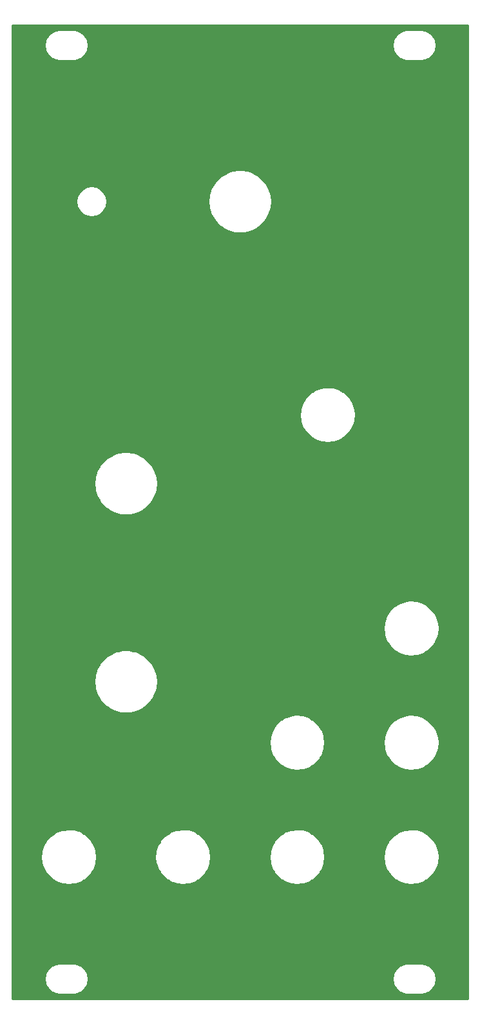
<source format=gbl>
G04 #@! TF.GenerationSoftware,KiCad,Pcbnew,(5.0.0-rc2)*
G04 #@! TF.CreationDate,2020-07-08T19:27:33+03:00*
G04 #@! TF.ProjectId,OSCPNL2,4F5343504E4C322E6B696361645F7063,rev?*
G04 #@! TF.SameCoordinates,PX1bd8e80PY8b3c880*
G04 #@! TF.FileFunction,Copper,L2,Bot,Signal*
G04 #@! TF.FilePolarity,Positive*
%FSLAX46Y46*%
G04 Gerber Fmt 4.6, Leading zero omitted, Abs format (unit mm)*
G04 Created by KiCad (PCBNEW (5.0.0-rc2)) date Wed Jul  8 19:27:33 2020*
%MOMM*%
%LPD*%
G01*
G04 APERTURE LIST*
G04 #@! TA.AperFunction,NonConductor*
%ADD10C,0.254000*%
G04 #@! TD*
G04 APERTURE END LIST*
D10*
G36*
X60203000Y397000D02*
X397000Y397000D01*
X397000Y3063669D01*
X4598011Y3063669D01*
X4598011Y2936331D01*
X4676321Y2441905D01*
X4676321Y2441904D01*
X4715670Y2320799D01*
X4942933Y1874770D01*
X5017781Y1771752D01*
X5371752Y1417780D01*
X5474770Y1342933D01*
X5920799Y1115670D01*
X6041904Y1076321D01*
X6528449Y999259D01*
X6559917Y993000D01*
X8440083Y993000D01*
X8471551Y999259D01*
X8958096Y1076321D01*
X9079201Y1115670D01*
X9525230Y1342933D01*
X9628248Y1417781D01*
X9982220Y1771752D01*
X10057067Y1874770D01*
X10284330Y2320799D01*
X10323679Y2441904D01*
X10323679Y2441905D01*
X10401989Y2936331D01*
X10401989Y3063669D01*
X50298011Y3063669D01*
X50298011Y2936331D01*
X50376321Y2441905D01*
X50376321Y2441904D01*
X50415670Y2320799D01*
X50642933Y1874770D01*
X50717781Y1771752D01*
X51071752Y1417780D01*
X51174770Y1342933D01*
X51620799Y1115670D01*
X51741904Y1076321D01*
X52228449Y999259D01*
X52259917Y993000D01*
X54140083Y993000D01*
X54171551Y999259D01*
X54658096Y1076321D01*
X54779201Y1115670D01*
X55225230Y1342933D01*
X55328248Y1417781D01*
X55682220Y1771752D01*
X55757067Y1874770D01*
X55984330Y2320799D01*
X56023679Y2441904D01*
X56023679Y2441905D01*
X56101989Y2936331D01*
X56101989Y3063669D01*
X56023679Y3558096D01*
X56017272Y3577816D01*
X55984330Y3679201D01*
X55757067Y4125230D01*
X55704188Y4198011D01*
X55682220Y4228248D01*
X55328248Y4582219D01*
X55225230Y4657067D01*
X54779201Y4884330D01*
X54658096Y4923679D01*
X54171551Y5000741D01*
X54140083Y5007000D01*
X52259917Y5007000D01*
X52228449Y5000741D01*
X51741904Y4923679D01*
X51620799Y4884330D01*
X51174770Y4657067D01*
X51071752Y4582220D01*
X50717781Y4228248D01*
X50642933Y4125230D01*
X50415670Y3679201D01*
X50376321Y3558096D01*
X50298011Y3063669D01*
X10401989Y3063669D01*
X10323679Y3558096D01*
X10317272Y3577816D01*
X10284330Y3679201D01*
X10057067Y4125230D01*
X10004188Y4198011D01*
X9982220Y4228248D01*
X9628248Y4582219D01*
X9525230Y4657067D01*
X9079201Y4884330D01*
X8958096Y4923679D01*
X8471551Y5000741D01*
X8440083Y5007000D01*
X6559917Y5007000D01*
X6528449Y5000741D01*
X6041904Y4923679D01*
X5920799Y4884330D01*
X5474770Y4657067D01*
X5371752Y4582220D01*
X5017781Y4228248D01*
X4942933Y4125230D01*
X4715670Y3679201D01*
X4676321Y3558096D01*
X4598011Y3063669D01*
X397000Y3063669D01*
X397000Y18948661D01*
X4123358Y18948661D01*
X4203000Y18318229D01*
X4203000Y18284512D01*
X4209129Y18269716D01*
X4226099Y18135382D01*
X4506468Y17365076D01*
X4723044Y17029016D01*
X4750611Y16962463D01*
X4793709Y16919365D01*
X4950529Y16676028D01*
X5536213Y16102484D01*
X5729502Y15983572D01*
X5762463Y15950611D01*
X5825567Y15924472D01*
X6234410Y15672951D01*
X7010418Y15408776D01*
X7825670Y15323090D01*
X8495821Y15403000D01*
X8515488Y15403000D01*
X8523438Y15406293D01*
X8639646Y15420150D01*
X9411891Y15695134D01*
X9771085Y15923086D01*
X9837537Y15950611D01*
X9877622Y15990696D01*
X10104022Y16134374D01*
X10681641Y16716040D01*
X10812693Y16925767D01*
X10849389Y16962463D01*
X10876457Y17027811D01*
X11116038Y17411221D01*
X11385624Y18185366D01*
X11396650Y18283668D01*
X11397000Y18284512D01*
X11397000Y18286785D01*
X11471241Y18948661D01*
X19123358Y18948661D01*
X19203000Y18318229D01*
X19203000Y18284512D01*
X19209129Y18269716D01*
X19226099Y18135382D01*
X19506468Y17365076D01*
X19723044Y17029016D01*
X19750611Y16962463D01*
X19793709Y16919365D01*
X19950529Y16676028D01*
X20536213Y16102484D01*
X20729502Y15983572D01*
X20762463Y15950611D01*
X20825567Y15924472D01*
X21234410Y15672951D01*
X22010418Y15408776D01*
X22825670Y15323090D01*
X23495821Y15403000D01*
X23515488Y15403000D01*
X23523438Y15406293D01*
X23639646Y15420150D01*
X24411891Y15695134D01*
X24771085Y15923086D01*
X24837537Y15950611D01*
X24877622Y15990696D01*
X25104022Y16134374D01*
X25681641Y16716040D01*
X25812693Y16925767D01*
X25849389Y16962463D01*
X25876457Y17027811D01*
X26116038Y17411221D01*
X26385624Y18185366D01*
X26396650Y18283668D01*
X26397000Y18284512D01*
X26397000Y18286785D01*
X26471241Y18948661D01*
X34123358Y18948661D01*
X34203000Y18318229D01*
X34203000Y18284512D01*
X34209129Y18269716D01*
X34226099Y18135382D01*
X34506468Y17365076D01*
X34723044Y17029016D01*
X34750611Y16962463D01*
X34793709Y16919365D01*
X34950529Y16676028D01*
X35536213Y16102484D01*
X35729502Y15983572D01*
X35762463Y15950611D01*
X35825567Y15924472D01*
X36234410Y15672951D01*
X37010418Y15408776D01*
X37825670Y15323090D01*
X38495821Y15403000D01*
X38515488Y15403000D01*
X38523438Y15406293D01*
X38639646Y15420150D01*
X39411891Y15695134D01*
X39771085Y15923086D01*
X39837537Y15950611D01*
X39877622Y15990696D01*
X40104022Y16134374D01*
X40681641Y16716040D01*
X40812693Y16925767D01*
X40849389Y16962463D01*
X40876457Y17027811D01*
X41116038Y17411221D01*
X41385624Y18185366D01*
X41396650Y18283668D01*
X41397000Y18284512D01*
X41397000Y18286785D01*
X41471241Y18948661D01*
X49123358Y18948661D01*
X49203000Y18318229D01*
X49203000Y18284512D01*
X49209129Y18269716D01*
X49226099Y18135382D01*
X49506468Y17365076D01*
X49723044Y17029016D01*
X49750611Y16962463D01*
X49793709Y16919365D01*
X49950529Y16676028D01*
X50536213Y16102484D01*
X50729502Y15983572D01*
X50762463Y15950611D01*
X50825567Y15924472D01*
X51234410Y15672951D01*
X52010418Y15408776D01*
X52825670Y15323090D01*
X53495821Y15403000D01*
X53515488Y15403000D01*
X53523438Y15406293D01*
X53639646Y15420150D01*
X54411891Y15695134D01*
X54771085Y15923086D01*
X54837537Y15950611D01*
X54877622Y15990696D01*
X55104022Y16134374D01*
X55681641Y16716040D01*
X55812693Y16925767D01*
X55849389Y16962463D01*
X55876457Y17027811D01*
X56116038Y17411221D01*
X56385624Y18185366D01*
X56396650Y18283668D01*
X56397000Y18284512D01*
X56397000Y18286785D01*
X56477000Y19000000D01*
X56475566Y19102668D01*
X56397000Y19661695D01*
X56397000Y19715488D01*
X56385557Y19743113D01*
X56361480Y19914433D01*
X56070384Y20680749D01*
X55875969Y20973366D01*
X55849389Y21037537D01*
X55801551Y21085375D01*
X55616745Y21363530D01*
X55023111Y21928841D01*
X54862108Y22024818D01*
X54837537Y22049389D01*
X54782982Y22071986D01*
X54318985Y22348584D01*
X53539364Y22601898D01*
X52722995Y22676194D01*
X52129468Y22597000D01*
X52084512Y22597000D01*
X52063149Y22588151D01*
X51910453Y22567777D01*
X51142123Y22282038D01*
X50828224Y22076628D01*
X50762463Y22049389D01*
X50716766Y22003692D01*
X50456192Y21833177D01*
X49886751Y21243504D01*
X49779522Y21066448D01*
X49750611Y21037537D01*
X49725937Y20977968D01*
X49462102Y20542325D01*
X49203351Y19764491D01*
X49123358Y18948661D01*
X41471241Y18948661D01*
X41477000Y19000000D01*
X41475566Y19102668D01*
X41397000Y19661695D01*
X41397000Y19715488D01*
X41385557Y19743113D01*
X41361480Y19914433D01*
X41070384Y20680749D01*
X40875969Y20973366D01*
X40849389Y21037537D01*
X40801551Y21085375D01*
X40616745Y21363530D01*
X40023111Y21928841D01*
X39862108Y22024818D01*
X39837537Y22049389D01*
X39782982Y22071986D01*
X39318985Y22348584D01*
X38539364Y22601898D01*
X37722995Y22676194D01*
X37129468Y22597000D01*
X37084512Y22597000D01*
X37063149Y22588151D01*
X36910453Y22567777D01*
X36142123Y22282038D01*
X35828224Y22076628D01*
X35762463Y22049389D01*
X35716766Y22003692D01*
X35456192Y21833177D01*
X34886751Y21243504D01*
X34779522Y21066448D01*
X34750611Y21037537D01*
X34725937Y20977968D01*
X34462102Y20542325D01*
X34203351Y19764491D01*
X34123358Y18948661D01*
X26471241Y18948661D01*
X26477000Y19000000D01*
X26475566Y19102668D01*
X26397000Y19661695D01*
X26397000Y19715488D01*
X26385557Y19743113D01*
X26361480Y19914433D01*
X26070384Y20680749D01*
X25875969Y20973366D01*
X25849389Y21037537D01*
X25801551Y21085375D01*
X25616745Y21363530D01*
X25023111Y21928841D01*
X24862108Y22024818D01*
X24837537Y22049389D01*
X24782982Y22071986D01*
X24318985Y22348584D01*
X23539364Y22601898D01*
X22722995Y22676194D01*
X22129468Y22597000D01*
X22084512Y22597000D01*
X22063149Y22588151D01*
X21910453Y22567777D01*
X21142123Y22282038D01*
X20828224Y22076628D01*
X20762463Y22049389D01*
X20716766Y22003692D01*
X20456192Y21833177D01*
X19886751Y21243504D01*
X19779522Y21066448D01*
X19750611Y21037537D01*
X19725937Y20977968D01*
X19462102Y20542325D01*
X19203351Y19764491D01*
X19123358Y18948661D01*
X11471241Y18948661D01*
X11477000Y19000000D01*
X11475566Y19102668D01*
X11397000Y19661695D01*
X11397000Y19715488D01*
X11385557Y19743113D01*
X11361480Y19914433D01*
X11070384Y20680749D01*
X10875969Y20973366D01*
X10849389Y21037537D01*
X10801551Y21085375D01*
X10616745Y21363530D01*
X10023111Y21928841D01*
X9862108Y22024818D01*
X9837537Y22049389D01*
X9782982Y22071986D01*
X9318985Y22348584D01*
X8539364Y22601898D01*
X7722995Y22676194D01*
X7129468Y22597000D01*
X7084512Y22597000D01*
X7063149Y22588151D01*
X6910453Y22567777D01*
X6142123Y22282038D01*
X5828224Y22076628D01*
X5762463Y22049389D01*
X5716766Y22003692D01*
X5456192Y21833177D01*
X4886751Y21243504D01*
X4779522Y21066448D01*
X4750611Y21037537D01*
X4725937Y20977968D01*
X4462102Y20542325D01*
X4203351Y19764491D01*
X4123358Y18948661D01*
X397000Y18948661D01*
X397000Y33948661D01*
X34123358Y33948661D01*
X34203000Y33318229D01*
X34203000Y33284512D01*
X34209129Y33269716D01*
X34226099Y33135382D01*
X34506468Y32365076D01*
X34723044Y32029016D01*
X34750611Y31962463D01*
X34793709Y31919365D01*
X34950529Y31676028D01*
X35536213Y31102484D01*
X35729502Y30983572D01*
X35762463Y30950611D01*
X35825567Y30924472D01*
X36234410Y30672951D01*
X37010418Y30408776D01*
X37825670Y30323090D01*
X38495821Y30403000D01*
X38515488Y30403000D01*
X38523438Y30406293D01*
X38639646Y30420150D01*
X39411891Y30695134D01*
X39771085Y30923086D01*
X39837537Y30950611D01*
X39877622Y30990696D01*
X40104022Y31134374D01*
X40681641Y31716040D01*
X40812693Y31925767D01*
X40849389Y31962463D01*
X40876457Y32027811D01*
X41116038Y32411221D01*
X41385624Y33185366D01*
X41396650Y33283668D01*
X41397000Y33284512D01*
X41397000Y33286785D01*
X41471241Y33948661D01*
X49123358Y33948661D01*
X49203000Y33318229D01*
X49203000Y33284512D01*
X49209129Y33269716D01*
X49226099Y33135382D01*
X49506468Y32365076D01*
X49723044Y32029016D01*
X49750611Y31962463D01*
X49793709Y31919365D01*
X49950529Y31676028D01*
X50536213Y31102484D01*
X50729502Y30983572D01*
X50762463Y30950611D01*
X50825567Y30924472D01*
X51234410Y30672951D01*
X52010418Y30408776D01*
X52825670Y30323090D01*
X53495821Y30403000D01*
X53515488Y30403000D01*
X53523438Y30406293D01*
X53639646Y30420150D01*
X54411891Y30695134D01*
X54771085Y30923086D01*
X54837537Y30950611D01*
X54877622Y30990696D01*
X55104022Y31134374D01*
X55681641Y31716040D01*
X55812693Y31925767D01*
X55849389Y31962463D01*
X55876457Y32027811D01*
X56116038Y32411221D01*
X56385624Y33185366D01*
X56396650Y33283668D01*
X56397000Y33284512D01*
X56397000Y33286785D01*
X56477000Y34000000D01*
X56475566Y34102668D01*
X56397000Y34661695D01*
X56397000Y34715488D01*
X56385557Y34743113D01*
X56361480Y34914433D01*
X56070384Y35680749D01*
X55875969Y35973366D01*
X55849389Y36037537D01*
X55801551Y36085375D01*
X55616745Y36363530D01*
X55023111Y36928841D01*
X54862108Y37024818D01*
X54837537Y37049389D01*
X54782982Y37071986D01*
X54318985Y37348584D01*
X53539364Y37601898D01*
X52722995Y37676194D01*
X52129468Y37597000D01*
X52084512Y37597000D01*
X52063149Y37588151D01*
X51910453Y37567777D01*
X51142123Y37282038D01*
X50828224Y37076628D01*
X50762463Y37049389D01*
X50716766Y37003692D01*
X50456192Y36833177D01*
X49886751Y36243504D01*
X49779522Y36066448D01*
X49750611Y36037537D01*
X49725937Y35977968D01*
X49462102Y35542325D01*
X49203351Y34764491D01*
X49123358Y33948661D01*
X41471241Y33948661D01*
X41477000Y34000000D01*
X41475566Y34102668D01*
X41397000Y34661695D01*
X41397000Y34715488D01*
X41385557Y34743113D01*
X41361480Y34914433D01*
X41070384Y35680749D01*
X40875969Y35973366D01*
X40849389Y36037537D01*
X40801551Y36085375D01*
X40616745Y36363530D01*
X40023111Y36928841D01*
X39862108Y37024818D01*
X39837537Y37049389D01*
X39782982Y37071986D01*
X39318985Y37348584D01*
X38539364Y37601898D01*
X37722995Y37676194D01*
X37129468Y37597000D01*
X37084512Y37597000D01*
X37063149Y37588151D01*
X36910453Y37567777D01*
X36142123Y37282038D01*
X35828224Y37076628D01*
X35762463Y37049389D01*
X35716766Y37003692D01*
X35456192Y36833177D01*
X34886751Y36243504D01*
X34779522Y36066448D01*
X34750611Y36037537D01*
X34725937Y35977968D01*
X34462102Y35542325D01*
X34203351Y34764491D01*
X34123358Y33948661D01*
X397000Y33948661D01*
X397000Y42000000D01*
X11123000Y42000000D01*
X11203000Y41238847D01*
X11203000Y41185056D01*
X11210576Y41166766D01*
X11214277Y41131553D01*
X11484121Y40301061D01*
X11785089Y39779769D01*
X11826731Y39679236D01*
X11865535Y39640432D01*
X11920736Y39544821D01*
X12505041Y38895884D01*
X12889166Y38616801D01*
X12979236Y38526731D01*
X13058097Y38494066D01*
X13211500Y38382612D01*
X14009236Y38027437D01*
X14369522Y37950856D01*
X14485056Y37903000D01*
X14594666Y37903000D01*
X14863385Y37845882D01*
X15736615Y37845882D01*
X16005334Y37903000D01*
X16114944Y37903000D01*
X16230478Y37950856D01*
X16590764Y38027437D01*
X17388500Y38382612D01*
X17541903Y38494066D01*
X17620764Y38526731D01*
X17710834Y38616801D01*
X18094959Y38895884D01*
X18679264Y39544821D01*
X18734465Y39640432D01*
X18773269Y39679236D01*
X18814911Y39779769D01*
X19115879Y40301061D01*
X19385723Y41131553D01*
X19389424Y41166766D01*
X19397000Y41185056D01*
X19397000Y41238847D01*
X19477000Y42000000D01*
X19397000Y42761153D01*
X19397000Y42814944D01*
X19389424Y42833234D01*
X19385723Y42868447D01*
X19115879Y43698939D01*
X18814911Y44220231D01*
X18773269Y44320764D01*
X18734465Y44359568D01*
X18679264Y44455179D01*
X18094959Y45104116D01*
X17710834Y45383199D01*
X17620764Y45473269D01*
X17541903Y45505934D01*
X17388500Y45617388D01*
X16590764Y45972563D01*
X16230478Y46049144D01*
X16114944Y46097000D01*
X16005334Y46097000D01*
X15736615Y46154118D01*
X14863385Y46154118D01*
X14594666Y46097000D01*
X14485056Y46097000D01*
X14369522Y46049144D01*
X14009236Y45972563D01*
X13211500Y45617388D01*
X13058097Y45505934D01*
X12979236Y45473269D01*
X12889166Y45383199D01*
X12505041Y45104116D01*
X11920736Y44455179D01*
X11865535Y44359568D01*
X11826731Y44320764D01*
X11785089Y44220231D01*
X11484121Y43698939D01*
X11214277Y42868447D01*
X11210576Y42833234D01*
X11203000Y42814944D01*
X11203000Y42761153D01*
X11123000Y42000000D01*
X397000Y42000000D01*
X397000Y48948661D01*
X49123358Y48948661D01*
X49203000Y48318229D01*
X49203000Y48284512D01*
X49209129Y48269716D01*
X49226099Y48135382D01*
X49506468Y47365076D01*
X49723044Y47029016D01*
X49750611Y46962463D01*
X49793709Y46919365D01*
X49950529Y46676028D01*
X50536213Y46102484D01*
X50729502Y45983572D01*
X50762463Y45950611D01*
X50825567Y45924472D01*
X51234410Y45672951D01*
X52010418Y45408776D01*
X52825670Y45323090D01*
X53495821Y45403000D01*
X53515488Y45403000D01*
X53523438Y45406293D01*
X53639646Y45420150D01*
X54411891Y45695134D01*
X54771085Y45923086D01*
X54837537Y45950611D01*
X54877622Y45990696D01*
X55104022Y46134374D01*
X55681641Y46716040D01*
X55812693Y46925767D01*
X55849389Y46962463D01*
X55876457Y47027811D01*
X56116038Y47411221D01*
X56385624Y48185366D01*
X56396650Y48283668D01*
X56397000Y48284512D01*
X56397000Y48286785D01*
X56477000Y49000000D01*
X56475566Y49102668D01*
X56397000Y49661695D01*
X56397000Y49715488D01*
X56385557Y49743113D01*
X56361480Y49914433D01*
X56070384Y50680749D01*
X55875969Y50973366D01*
X55849389Y51037537D01*
X55801551Y51085375D01*
X55616745Y51363530D01*
X55023111Y51928841D01*
X54862108Y52024818D01*
X54837537Y52049389D01*
X54782982Y52071986D01*
X54318985Y52348584D01*
X53539364Y52601898D01*
X52722995Y52676194D01*
X52129468Y52597000D01*
X52084512Y52597000D01*
X52063149Y52588151D01*
X51910453Y52567777D01*
X51142123Y52282038D01*
X50828224Y52076628D01*
X50762463Y52049389D01*
X50716766Y52003692D01*
X50456192Y51833177D01*
X49886751Y51243504D01*
X49779522Y51066448D01*
X49750611Y51037537D01*
X49725937Y50977968D01*
X49462102Y50542325D01*
X49203351Y49764491D01*
X49123358Y48948661D01*
X397000Y48948661D01*
X397000Y68000000D01*
X11123000Y68000000D01*
X11203000Y67238847D01*
X11203000Y67185056D01*
X11210576Y67166766D01*
X11214277Y67131553D01*
X11484121Y66301061D01*
X11785089Y65779769D01*
X11826731Y65679236D01*
X11865535Y65640432D01*
X11920736Y65544821D01*
X12505041Y64895884D01*
X12889166Y64616801D01*
X12979236Y64526731D01*
X13058097Y64494066D01*
X13211500Y64382612D01*
X14009236Y64027437D01*
X14369522Y63950856D01*
X14485056Y63903000D01*
X14594666Y63903000D01*
X14863385Y63845882D01*
X15736615Y63845882D01*
X16005334Y63903000D01*
X16114944Y63903000D01*
X16230478Y63950856D01*
X16590764Y64027437D01*
X17388500Y64382612D01*
X17541903Y64494066D01*
X17620764Y64526731D01*
X17710834Y64616801D01*
X18094959Y64895884D01*
X18679264Y65544821D01*
X18734465Y65640432D01*
X18773269Y65679236D01*
X18814911Y65779769D01*
X19115879Y66301061D01*
X19385723Y67131553D01*
X19389424Y67166766D01*
X19397000Y67185056D01*
X19397000Y67238847D01*
X19477000Y68000000D01*
X19397000Y68761153D01*
X19397000Y68814944D01*
X19389424Y68833234D01*
X19385723Y68868447D01*
X19115879Y69698939D01*
X18814911Y70220231D01*
X18773269Y70320764D01*
X18734465Y70359568D01*
X18679264Y70455179D01*
X18094959Y71104116D01*
X17710834Y71383199D01*
X17620764Y71473269D01*
X17541903Y71505934D01*
X17388500Y71617388D01*
X16590764Y71972563D01*
X16230478Y72049144D01*
X16114944Y72097000D01*
X16005334Y72097000D01*
X15736615Y72154118D01*
X14863385Y72154118D01*
X14594666Y72097000D01*
X14485056Y72097000D01*
X14369522Y72049144D01*
X14009236Y71972563D01*
X13211500Y71617388D01*
X13058097Y71505934D01*
X12979236Y71473269D01*
X12889166Y71383199D01*
X12505041Y71104116D01*
X11920736Y70455179D01*
X11865535Y70359568D01*
X11826731Y70320764D01*
X11785089Y70220231D01*
X11484121Y69698939D01*
X11214277Y68868447D01*
X11210576Y68833234D01*
X11203000Y68814944D01*
X11203000Y68761153D01*
X11123000Y68000000D01*
X397000Y68000000D01*
X397000Y76948661D01*
X38123358Y76948661D01*
X38203000Y76318229D01*
X38203000Y76284512D01*
X38209129Y76269716D01*
X38226099Y76135382D01*
X38506468Y75365076D01*
X38723044Y75029016D01*
X38750611Y74962463D01*
X38793709Y74919365D01*
X38950529Y74676028D01*
X39536213Y74102484D01*
X39729502Y73983572D01*
X39762463Y73950611D01*
X39825567Y73924472D01*
X40234410Y73672951D01*
X41010418Y73408776D01*
X41825670Y73323090D01*
X42495821Y73403000D01*
X42515488Y73403000D01*
X42523438Y73406293D01*
X42639646Y73420150D01*
X43411891Y73695134D01*
X43771085Y73923086D01*
X43837537Y73950611D01*
X43877622Y73990696D01*
X44104022Y74134374D01*
X44681641Y74716040D01*
X44812693Y74925767D01*
X44849389Y74962463D01*
X44876457Y75027811D01*
X45116038Y75411221D01*
X45385624Y76185366D01*
X45396650Y76283668D01*
X45397000Y76284512D01*
X45397000Y76286785D01*
X45477000Y77000000D01*
X45475566Y77102668D01*
X45397000Y77661695D01*
X45397000Y77715488D01*
X45385557Y77743113D01*
X45361480Y77914433D01*
X45070384Y78680749D01*
X44875969Y78973366D01*
X44849389Y79037537D01*
X44801551Y79085375D01*
X44616745Y79363530D01*
X44023111Y79928841D01*
X43862108Y80024818D01*
X43837537Y80049389D01*
X43782982Y80071986D01*
X43318985Y80348584D01*
X42539364Y80601898D01*
X41722995Y80676194D01*
X41129468Y80597000D01*
X41084512Y80597000D01*
X41063149Y80588151D01*
X40910453Y80567777D01*
X40142123Y80282038D01*
X39828224Y80076628D01*
X39762463Y80049389D01*
X39716766Y80003692D01*
X39456192Y79833177D01*
X38886751Y79243504D01*
X38779522Y79066448D01*
X38750611Y79037537D01*
X38725937Y78977968D01*
X38462102Y78542325D01*
X38203351Y77764491D01*
X38123358Y76948661D01*
X397000Y76948661D01*
X397000Y105000000D01*
X8773000Y105000000D01*
X8872208Y104373623D01*
X9160123Y103808559D01*
X9608559Y103360123D01*
X10173623Y103072208D01*
X10800000Y102973000D01*
X11426377Y103072208D01*
X11991441Y103360123D01*
X12439877Y103808559D01*
X12727792Y104373623D01*
X12827000Y105000000D01*
X26123000Y105000000D01*
X26203000Y104238847D01*
X26203000Y104185056D01*
X26210576Y104166766D01*
X26214277Y104131553D01*
X26484121Y103301061D01*
X26785089Y102779769D01*
X26826731Y102679236D01*
X26865535Y102640432D01*
X26920736Y102544821D01*
X27505041Y101895884D01*
X27889166Y101616801D01*
X27979236Y101526731D01*
X28058097Y101494066D01*
X28211500Y101382612D01*
X29009236Y101027437D01*
X29369522Y100950856D01*
X29485056Y100903000D01*
X29594666Y100903000D01*
X29863385Y100845882D01*
X30736615Y100845882D01*
X31005334Y100903000D01*
X31114944Y100903000D01*
X31230478Y100950856D01*
X31590764Y101027437D01*
X32388500Y101382612D01*
X32541903Y101494066D01*
X32620764Y101526731D01*
X32710834Y101616801D01*
X33094959Y101895884D01*
X33679264Y102544821D01*
X33734465Y102640432D01*
X33773269Y102679236D01*
X33814911Y102779769D01*
X34115879Y103301061D01*
X34385723Y104131553D01*
X34389424Y104166766D01*
X34397000Y104185056D01*
X34397000Y104238847D01*
X34477000Y105000000D01*
X34397000Y105761153D01*
X34397000Y105814944D01*
X34389424Y105833234D01*
X34385723Y105868447D01*
X34115879Y106698939D01*
X33814911Y107220231D01*
X33773269Y107320764D01*
X33734465Y107359568D01*
X33679264Y107455179D01*
X33094959Y108104116D01*
X32710834Y108383199D01*
X32620764Y108473269D01*
X32541903Y108505934D01*
X32388500Y108617388D01*
X31590764Y108972563D01*
X31230478Y109049144D01*
X31114944Y109097000D01*
X31005334Y109097000D01*
X30736615Y109154118D01*
X29863385Y109154118D01*
X29594666Y109097000D01*
X29485056Y109097000D01*
X29369522Y109049144D01*
X29009236Y108972563D01*
X28211500Y108617388D01*
X28058097Y108505934D01*
X27979236Y108473269D01*
X27889166Y108383199D01*
X27505041Y108104116D01*
X26920736Y107455179D01*
X26865535Y107359568D01*
X26826731Y107320764D01*
X26785089Y107220231D01*
X26484121Y106698939D01*
X26214277Y105868447D01*
X26210576Y105833234D01*
X26203000Y105814944D01*
X26203000Y105761153D01*
X26123000Y105000000D01*
X12827000Y105000000D01*
X12727792Y105626377D01*
X12439877Y106191441D01*
X11991441Y106639877D01*
X11426377Y106927792D01*
X10800000Y107027000D01*
X10173623Y106927792D01*
X9608559Y106639877D01*
X9160123Y106191441D01*
X8872208Y105626377D01*
X8773000Y105000000D01*
X397000Y105000000D01*
X397000Y125563669D01*
X4598011Y125563669D01*
X4598011Y125436331D01*
X4676321Y124941905D01*
X4676321Y124941904D01*
X4715670Y124820799D01*
X4942933Y124374770D01*
X5017781Y124271752D01*
X5371752Y123917780D01*
X5474770Y123842933D01*
X5920799Y123615670D01*
X6041904Y123576321D01*
X6528449Y123499259D01*
X6559917Y123493000D01*
X8440083Y123493000D01*
X8471551Y123499259D01*
X8958096Y123576321D01*
X9079201Y123615670D01*
X9525230Y123842933D01*
X9628248Y123917781D01*
X9982220Y124271752D01*
X10057067Y124374770D01*
X10284330Y124820799D01*
X10323679Y124941904D01*
X10323679Y124941905D01*
X10401989Y125436331D01*
X10401989Y125563669D01*
X50298011Y125563669D01*
X50298011Y125436331D01*
X50376321Y124941905D01*
X50376321Y124941904D01*
X50415670Y124820799D01*
X50642933Y124374770D01*
X50717781Y124271752D01*
X51071752Y123917780D01*
X51174770Y123842933D01*
X51620799Y123615670D01*
X51741904Y123576321D01*
X52228449Y123499259D01*
X52259917Y123493000D01*
X54140083Y123493000D01*
X54171551Y123499259D01*
X54658096Y123576321D01*
X54779201Y123615670D01*
X55225230Y123842933D01*
X55328248Y123917781D01*
X55682220Y124271752D01*
X55757067Y124374770D01*
X55984330Y124820799D01*
X56023679Y124941904D01*
X56023679Y124941905D01*
X56101989Y125436331D01*
X56101989Y125563669D01*
X56023679Y126058096D01*
X56017272Y126077816D01*
X55984330Y126179201D01*
X55757067Y126625230D01*
X55704188Y126698011D01*
X55682220Y126728248D01*
X55328248Y127082219D01*
X55225230Y127157067D01*
X54779201Y127384330D01*
X54658096Y127423679D01*
X54171551Y127500741D01*
X54140083Y127507000D01*
X52259917Y127507000D01*
X52228449Y127500741D01*
X51741904Y127423679D01*
X51620799Y127384330D01*
X51174770Y127157067D01*
X51071752Y127082220D01*
X50717781Y126728248D01*
X50642933Y126625230D01*
X50415670Y126179201D01*
X50376321Y126058096D01*
X50298011Y125563669D01*
X10401989Y125563669D01*
X10323679Y126058096D01*
X10317272Y126077816D01*
X10284330Y126179201D01*
X10057067Y126625230D01*
X10004188Y126698011D01*
X9982220Y126728248D01*
X9628248Y127082219D01*
X9525230Y127157067D01*
X9079201Y127384330D01*
X8958096Y127423679D01*
X8471551Y127500741D01*
X8440083Y127507000D01*
X6559917Y127507000D01*
X6528449Y127500741D01*
X6041904Y127423679D01*
X5920799Y127384330D01*
X5474770Y127157067D01*
X5371752Y127082220D01*
X5017781Y126728248D01*
X4942933Y126625230D01*
X4715670Y126179201D01*
X4676321Y126058096D01*
X4598011Y125563669D01*
X397000Y125563669D01*
X396999Y128103000D01*
X60203001Y128103000D01*
X60203000Y397000D01*
X60203000Y397000D01*
G37*
X60203000Y397000D02*
X397000Y397000D01*
X397000Y3063669D01*
X4598011Y3063669D01*
X4598011Y2936331D01*
X4676321Y2441905D01*
X4676321Y2441904D01*
X4715670Y2320799D01*
X4942933Y1874770D01*
X5017781Y1771752D01*
X5371752Y1417780D01*
X5474770Y1342933D01*
X5920799Y1115670D01*
X6041904Y1076321D01*
X6528449Y999259D01*
X6559917Y993000D01*
X8440083Y993000D01*
X8471551Y999259D01*
X8958096Y1076321D01*
X9079201Y1115670D01*
X9525230Y1342933D01*
X9628248Y1417781D01*
X9982220Y1771752D01*
X10057067Y1874770D01*
X10284330Y2320799D01*
X10323679Y2441904D01*
X10323679Y2441905D01*
X10401989Y2936331D01*
X10401989Y3063669D01*
X50298011Y3063669D01*
X50298011Y2936331D01*
X50376321Y2441905D01*
X50376321Y2441904D01*
X50415670Y2320799D01*
X50642933Y1874770D01*
X50717781Y1771752D01*
X51071752Y1417780D01*
X51174770Y1342933D01*
X51620799Y1115670D01*
X51741904Y1076321D01*
X52228449Y999259D01*
X52259917Y993000D01*
X54140083Y993000D01*
X54171551Y999259D01*
X54658096Y1076321D01*
X54779201Y1115670D01*
X55225230Y1342933D01*
X55328248Y1417781D01*
X55682220Y1771752D01*
X55757067Y1874770D01*
X55984330Y2320799D01*
X56023679Y2441904D01*
X56023679Y2441905D01*
X56101989Y2936331D01*
X56101989Y3063669D01*
X56023679Y3558096D01*
X56017272Y3577816D01*
X55984330Y3679201D01*
X55757067Y4125230D01*
X55704188Y4198011D01*
X55682220Y4228248D01*
X55328248Y4582219D01*
X55225230Y4657067D01*
X54779201Y4884330D01*
X54658096Y4923679D01*
X54171551Y5000741D01*
X54140083Y5007000D01*
X52259917Y5007000D01*
X52228449Y5000741D01*
X51741904Y4923679D01*
X51620799Y4884330D01*
X51174770Y4657067D01*
X51071752Y4582220D01*
X50717781Y4228248D01*
X50642933Y4125230D01*
X50415670Y3679201D01*
X50376321Y3558096D01*
X50298011Y3063669D01*
X10401989Y3063669D01*
X10323679Y3558096D01*
X10317272Y3577816D01*
X10284330Y3679201D01*
X10057067Y4125230D01*
X10004188Y4198011D01*
X9982220Y4228248D01*
X9628248Y4582219D01*
X9525230Y4657067D01*
X9079201Y4884330D01*
X8958096Y4923679D01*
X8471551Y5000741D01*
X8440083Y5007000D01*
X6559917Y5007000D01*
X6528449Y5000741D01*
X6041904Y4923679D01*
X5920799Y4884330D01*
X5474770Y4657067D01*
X5371752Y4582220D01*
X5017781Y4228248D01*
X4942933Y4125230D01*
X4715670Y3679201D01*
X4676321Y3558096D01*
X4598011Y3063669D01*
X397000Y3063669D01*
X397000Y18948661D01*
X4123358Y18948661D01*
X4203000Y18318229D01*
X4203000Y18284512D01*
X4209129Y18269716D01*
X4226099Y18135382D01*
X4506468Y17365076D01*
X4723044Y17029016D01*
X4750611Y16962463D01*
X4793709Y16919365D01*
X4950529Y16676028D01*
X5536213Y16102484D01*
X5729502Y15983572D01*
X5762463Y15950611D01*
X5825567Y15924472D01*
X6234410Y15672951D01*
X7010418Y15408776D01*
X7825670Y15323090D01*
X8495821Y15403000D01*
X8515488Y15403000D01*
X8523438Y15406293D01*
X8639646Y15420150D01*
X9411891Y15695134D01*
X9771085Y15923086D01*
X9837537Y15950611D01*
X9877622Y15990696D01*
X10104022Y16134374D01*
X10681641Y16716040D01*
X10812693Y16925767D01*
X10849389Y16962463D01*
X10876457Y17027811D01*
X11116038Y17411221D01*
X11385624Y18185366D01*
X11396650Y18283668D01*
X11397000Y18284512D01*
X11397000Y18286785D01*
X11471241Y18948661D01*
X19123358Y18948661D01*
X19203000Y18318229D01*
X19203000Y18284512D01*
X19209129Y18269716D01*
X19226099Y18135382D01*
X19506468Y17365076D01*
X19723044Y17029016D01*
X19750611Y16962463D01*
X19793709Y16919365D01*
X19950529Y16676028D01*
X20536213Y16102484D01*
X20729502Y15983572D01*
X20762463Y15950611D01*
X20825567Y15924472D01*
X21234410Y15672951D01*
X22010418Y15408776D01*
X22825670Y15323090D01*
X23495821Y15403000D01*
X23515488Y15403000D01*
X23523438Y15406293D01*
X23639646Y15420150D01*
X24411891Y15695134D01*
X24771085Y15923086D01*
X24837537Y15950611D01*
X24877622Y15990696D01*
X25104022Y16134374D01*
X25681641Y16716040D01*
X25812693Y16925767D01*
X25849389Y16962463D01*
X25876457Y17027811D01*
X26116038Y17411221D01*
X26385624Y18185366D01*
X26396650Y18283668D01*
X26397000Y18284512D01*
X26397000Y18286785D01*
X26471241Y18948661D01*
X34123358Y18948661D01*
X34203000Y18318229D01*
X34203000Y18284512D01*
X34209129Y18269716D01*
X34226099Y18135382D01*
X34506468Y17365076D01*
X34723044Y17029016D01*
X34750611Y16962463D01*
X34793709Y16919365D01*
X34950529Y16676028D01*
X35536213Y16102484D01*
X35729502Y15983572D01*
X35762463Y15950611D01*
X35825567Y15924472D01*
X36234410Y15672951D01*
X37010418Y15408776D01*
X37825670Y15323090D01*
X38495821Y15403000D01*
X38515488Y15403000D01*
X38523438Y15406293D01*
X38639646Y15420150D01*
X39411891Y15695134D01*
X39771085Y15923086D01*
X39837537Y15950611D01*
X39877622Y15990696D01*
X40104022Y16134374D01*
X40681641Y16716040D01*
X40812693Y16925767D01*
X40849389Y16962463D01*
X40876457Y17027811D01*
X41116038Y17411221D01*
X41385624Y18185366D01*
X41396650Y18283668D01*
X41397000Y18284512D01*
X41397000Y18286785D01*
X41471241Y18948661D01*
X49123358Y18948661D01*
X49203000Y18318229D01*
X49203000Y18284512D01*
X49209129Y18269716D01*
X49226099Y18135382D01*
X49506468Y17365076D01*
X49723044Y17029016D01*
X49750611Y16962463D01*
X49793709Y16919365D01*
X49950529Y16676028D01*
X50536213Y16102484D01*
X50729502Y15983572D01*
X50762463Y15950611D01*
X50825567Y15924472D01*
X51234410Y15672951D01*
X52010418Y15408776D01*
X52825670Y15323090D01*
X53495821Y15403000D01*
X53515488Y15403000D01*
X53523438Y15406293D01*
X53639646Y15420150D01*
X54411891Y15695134D01*
X54771085Y15923086D01*
X54837537Y15950611D01*
X54877622Y15990696D01*
X55104022Y16134374D01*
X55681641Y16716040D01*
X55812693Y16925767D01*
X55849389Y16962463D01*
X55876457Y17027811D01*
X56116038Y17411221D01*
X56385624Y18185366D01*
X56396650Y18283668D01*
X56397000Y18284512D01*
X56397000Y18286785D01*
X56477000Y19000000D01*
X56475566Y19102668D01*
X56397000Y19661695D01*
X56397000Y19715488D01*
X56385557Y19743113D01*
X56361480Y19914433D01*
X56070384Y20680749D01*
X55875969Y20973366D01*
X55849389Y21037537D01*
X55801551Y21085375D01*
X55616745Y21363530D01*
X55023111Y21928841D01*
X54862108Y22024818D01*
X54837537Y22049389D01*
X54782982Y22071986D01*
X54318985Y22348584D01*
X53539364Y22601898D01*
X52722995Y22676194D01*
X52129468Y22597000D01*
X52084512Y22597000D01*
X52063149Y22588151D01*
X51910453Y22567777D01*
X51142123Y22282038D01*
X50828224Y22076628D01*
X50762463Y22049389D01*
X50716766Y22003692D01*
X50456192Y21833177D01*
X49886751Y21243504D01*
X49779522Y21066448D01*
X49750611Y21037537D01*
X49725937Y20977968D01*
X49462102Y20542325D01*
X49203351Y19764491D01*
X49123358Y18948661D01*
X41471241Y18948661D01*
X41477000Y19000000D01*
X41475566Y19102668D01*
X41397000Y19661695D01*
X41397000Y19715488D01*
X41385557Y19743113D01*
X41361480Y19914433D01*
X41070384Y20680749D01*
X40875969Y20973366D01*
X40849389Y21037537D01*
X40801551Y21085375D01*
X40616745Y21363530D01*
X40023111Y21928841D01*
X39862108Y22024818D01*
X39837537Y22049389D01*
X39782982Y22071986D01*
X39318985Y22348584D01*
X38539364Y22601898D01*
X37722995Y22676194D01*
X37129468Y22597000D01*
X37084512Y22597000D01*
X37063149Y22588151D01*
X36910453Y22567777D01*
X36142123Y22282038D01*
X35828224Y22076628D01*
X35762463Y22049389D01*
X35716766Y22003692D01*
X35456192Y21833177D01*
X34886751Y21243504D01*
X34779522Y21066448D01*
X34750611Y21037537D01*
X34725937Y20977968D01*
X34462102Y20542325D01*
X34203351Y19764491D01*
X34123358Y18948661D01*
X26471241Y18948661D01*
X26477000Y19000000D01*
X26475566Y19102668D01*
X26397000Y19661695D01*
X26397000Y19715488D01*
X26385557Y19743113D01*
X26361480Y19914433D01*
X26070384Y20680749D01*
X25875969Y20973366D01*
X25849389Y21037537D01*
X25801551Y21085375D01*
X25616745Y21363530D01*
X25023111Y21928841D01*
X24862108Y22024818D01*
X24837537Y22049389D01*
X24782982Y22071986D01*
X24318985Y22348584D01*
X23539364Y22601898D01*
X22722995Y22676194D01*
X22129468Y22597000D01*
X22084512Y22597000D01*
X22063149Y22588151D01*
X21910453Y22567777D01*
X21142123Y22282038D01*
X20828224Y22076628D01*
X20762463Y22049389D01*
X20716766Y22003692D01*
X20456192Y21833177D01*
X19886751Y21243504D01*
X19779522Y21066448D01*
X19750611Y21037537D01*
X19725937Y20977968D01*
X19462102Y20542325D01*
X19203351Y19764491D01*
X19123358Y18948661D01*
X11471241Y18948661D01*
X11477000Y19000000D01*
X11475566Y19102668D01*
X11397000Y19661695D01*
X11397000Y19715488D01*
X11385557Y19743113D01*
X11361480Y19914433D01*
X11070384Y20680749D01*
X10875969Y20973366D01*
X10849389Y21037537D01*
X10801551Y21085375D01*
X10616745Y21363530D01*
X10023111Y21928841D01*
X9862108Y22024818D01*
X9837537Y22049389D01*
X9782982Y22071986D01*
X9318985Y22348584D01*
X8539364Y22601898D01*
X7722995Y22676194D01*
X7129468Y22597000D01*
X7084512Y22597000D01*
X7063149Y22588151D01*
X6910453Y22567777D01*
X6142123Y22282038D01*
X5828224Y22076628D01*
X5762463Y22049389D01*
X5716766Y22003692D01*
X5456192Y21833177D01*
X4886751Y21243504D01*
X4779522Y21066448D01*
X4750611Y21037537D01*
X4725937Y20977968D01*
X4462102Y20542325D01*
X4203351Y19764491D01*
X4123358Y18948661D01*
X397000Y18948661D01*
X397000Y33948661D01*
X34123358Y33948661D01*
X34203000Y33318229D01*
X34203000Y33284512D01*
X34209129Y33269716D01*
X34226099Y33135382D01*
X34506468Y32365076D01*
X34723044Y32029016D01*
X34750611Y31962463D01*
X34793709Y31919365D01*
X34950529Y31676028D01*
X35536213Y31102484D01*
X35729502Y30983572D01*
X35762463Y30950611D01*
X35825567Y30924472D01*
X36234410Y30672951D01*
X37010418Y30408776D01*
X37825670Y30323090D01*
X38495821Y30403000D01*
X38515488Y30403000D01*
X38523438Y30406293D01*
X38639646Y30420150D01*
X39411891Y30695134D01*
X39771085Y30923086D01*
X39837537Y30950611D01*
X39877622Y30990696D01*
X40104022Y31134374D01*
X40681641Y31716040D01*
X40812693Y31925767D01*
X40849389Y31962463D01*
X40876457Y32027811D01*
X41116038Y32411221D01*
X41385624Y33185366D01*
X41396650Y33283668D01*
X41397000Y33284512D01*
X41397000Y33286785D01*
X41471241Y33948661D01*
X49123358Y33948661D01*
X49203000Y33318229D01*
X49203000Y33284512D01*
X49209129Y33269716D01*
X49226099Y33135382D01*
X49506468Y32365076D01*
X49723044Y32029016D01*
X49750611Y31962463D01*
X49793709Y31919365D01*
X49950529Y31676028D01*
X50536213Y31102484D01*
X50729502Y30983572D01*
X50762463Y30950611D01*
X50825567Y30924472D01*
X51234410Y30672951D01*
X52010418Y30408776D01*
X52825670Y30323090D01*
X53495821Y30403000D01*
X53515488Y30403000D01*
X53523438Y30406293D01*
X53639646Y30420150D01*
X54411891Y30695134D01*
X54771085Y30923086D01*
X54837537Y30950611D01*
X54877622Y30990696D01*
X55104022Y31134374D01*
X55681641Y31716040D01*
X55812693Y31925767D01*
X55849389Y31962463D01*
X55876457Y32027811D01*
X56116038Y32411221D01*
X56385624Y33185366D01*
X56396650Y33283668D01*
X56397000Y33284512D01*
X56397000Y33286785D01*
X56477000Y34000000D01*
X56475566Y34102668D01*
X56397000Y34661695D01*
X56397000Y34715488D01*
X56385557Y34743113D01*
X56361480Y34914433D01*
X56070384Y35680749D01*
X55875969Y35973366D01*
X55849389Y36037537D01*
X55801551Y36085375D01*
X55616745Y36363530D01*
X55023111Y36928841D01*
X54862108Y37024818D01*
X54837537Y37049389D01*
X54782982Y37071986D01*
X54318985Y37348584D01*
X53539364Y37601898D01*
X52722995Y37676194D01*
X52129468Y37597000D01*
X52084512Y37597000D01*
X52063149Y37588151D01*
X51910453Y37567777D01*
X51142123Y37282038D01*
X50828224Y37076628D01*
X50762463Y37049389D01*
X50716766Y37003692D01*
X50456192Y36833177D01*
X49886751Y36243504D01*
X49779522Y36066448D01*
X49750611Y36037537D01*
X49725937Y35977968D01*
X49462102Y35542325D01*
X49203351Y34764491D01*
X49123358Y33948661D01*
X41471241Y33948661D01*
X41477000Y34000000D01*
X41475566Y34102668D01*
X41397000Y34661695D01*
X41397000Y34715488D01*
X41385557Y34743113D01*
X41361480Y34914433D01*
X41070384Y35680749D01*
X40875969Y35973366D01*
X40849389Y36037537D01*
X40801551Y36085375D01*
X40616745Y36363530D01*
X40023111Y36928841D01*
X39862108Y37024818D01*
X39837537Y37049389D01*
X39782982Y37071986D01*
X39318985Y37348584D01*
X38539364Y37601898D01*
X37722995Y37676194D01*
X37129468Y37597000D01*
X37084512Y37597000D01*
X37063149Y37588151D01*
X36910453Y37567777D01*
X36142123Y37282038D01*
X35828224Y37076628D01*
X35762463Y37049389D01*
X35716766Y37003692D01*
X35456192Y36833177D01*
X34886751Y36243504D01*
X34779522Y36066448D01*
X34750611Y36037537D01*
X34725937Y35977968D01*
X34462102Y35542325D01*
X34203351Y34764491D01*
X34123358Y33948661D01*
X397000Y33948661D01*
X397000Y42000000D01*
X11123000Y42000000D01*
X11203000Y41238847D01*
X11203000Y41185056D01*
X11210576Y41166766D01*
X11214277Y41131553D01*
X11484121Y40301061D01*
X11785089Y39779769D01*
X11826731Y39679236D01*
X11865535Y39640432D01*
X11920736Y39544821D01*
X12505041Y38895884D01*
X12889166Y38616801D01*
X12979236Y38526731D01*
X13058097Y38494066D01*
X13211500Y38382612D01*
X14009236Y38027437D01*
X14369522Y37950856D01*
X14485056Y37903000D01*
X14594666Y37903000D01*
X14863385Y37845882D01*
X15736615Y37845882D01*
X16005334Y37903000D01*
X16114944Y37903000D01*
X16230478Y37950856D01*
X16590764Y38027437D01*
X17388500Y38382612D01*
X17541903Y38494066D01*
X17620764Y38526731D01*
X17710834Y38616801D01*
X18094959Y38895884D01*
X18679264Y39544821D01*
X18734465Y39640432D01*
X18773269Y39679236D01*
X18814911Y39779769D01*
X19115879Y40301061D01*
X19385723Y41131553D01*
X19389424Y41166766D01*
X19397000Y41185056D01*
X19397000Y41238847D01*
X19477000Y42000000D01*
X19397000Y42761153D01*
X19397000Y42814944D01*
X19389424Y42833234D01*
X19385723Y42868447D01*
X19115879Y43698939D01*
X18814911Y44220231D01*
X18773269Y44320764D01*
X18734465Y44359568D01*
X18679264Y44455179D01*
X18094959Y45104116D01*
X17710834Y45383199D01*
X17620764Y45473269D01*
X17541903Y45505934D01*
X17388500Y45617388D01*
X16590764Y45972563D01*
X16230478Y46049144D01*
X16114944Y46097000D01*
X16005334Y46097000D01*
X15736615Y46154118D01*
X14863385Y46154118D01*
X14594666Y46097000D01*
X14485056Y46097000D01*
X14369522Y46049144D01*
X14009236Y45972563D01*
X13211500Y45617388D01*
X13058097Y45505934D01*
X12979236Y45473269D01*
X12889166Y45383199D01*
X12505041Y45104116D01*
X11920736Y44455179D01*
X11865535Y44359568D01*
X11826731Y44320764D01*
X11785089Y44220231D01*
X11484121Y43698939D01*
X11214277Y42868447D01*
X11210576Y42833234D01*
X11203000Y42814944D01*
X11203000Y42761153D01*
X11123000Y42000000D01*
X397000Y42000000D01*
X397000Y48948661D01*
X49123358Y48948661D01*
X49203000Y48318229D01*
X49203000Y48284512D01*
X49209129Y48269716D01*
X49226099Y48135382D01*
X49506468Y47365076D01*
X49723044Y47029016D01*
X49750611Y46962463D01*
X49793709Y46919365D01*
X49950529Y46676028D01*
X50536213Y46102484D01*
X50729502Y45983572D01*
X50762463Y45950611D01*
X50825567Y45924472D01*
X51234410Y45672951D01*
X52010418Y45408776D01*
X52825670Y45323090D01*
X53495821Y45403000D01*
X53515488Y45403000D01*
X53523438Y45406293D01*
X53639646Y45420150D01*
X54411891Y45695134D01*
X54771085Y45923086D01*
X54837537Y45950611D01*
X54877622Y45990696D01*
X55104022Y46134374D01*
X55681641Y46716040D01*
X55812693Y46925767D01*
X55849389Y46962463D01*
X55876457Y47027811D01*
X56116038Y47411221D01*
X56385624Y48185366D01*
X56396650Y48283668D01*
X56397000Y48284512D01*
X56397000Y48286785D01*
X56477000Y49000000D01*
X56475566Y49102668D01*
X56397000Y49661695D01*
X56397000Y49715488D01*
X56385557Y49743113D01*
X56361480Y49914433D01*
X56070384Y50680749D01*
X55875969Y50973366D01*
X55849389Y51037537D01*
X55801551Y51085375D01*
X55616745Y51363530D01*
X55023111Y51928841D01*
X54862108Y52024818D01*
X54837537Y52049389D01*
X54782982Y52071986D01*
X54318985Y52348584D01*
X53539364Y52601898D01*
X52722995Y52676194D01*
X52129468Y52597000D01*
X52084512Y52597000D01*
X52063149Y52588151D01*
X51910453Y52567777D01*
X51142123Y52282038D01*
X50828224Y52076628D01*
X50762463Y52049389D01*
X50716766Y52003692D01*
X50456192Y51833177D01*
X49886751Y51243504D01*
X49779522Y51066448D01*
X49750611Y51037537D01*
X49725937Y50977968D01*
X49462102Y50542325D01*
X49203351Y49764491D01*
X49123358Y48948661D01*
X397000Y48948661D01*
X397000Y68000000D01*
X11123000Y68000000D01*
X11203000Y67238847D01*
X11203000Y67185056D01*
X11210576Y67166766D01*
X11214277Y67131553D01*
X11484121Y66301061D01*
X11785089Y65779769D01*
X11826731Y65679236D01*
X11865535Y65640432D01*
X11920736Y65544821D01*
X12505041Y64895884D01*
X12889166Y64616801D01*
X12979236Y64526731D01*
X13058097Y64494066D01*
X13211500Y64382612D01*
X14009236Y64027437D01*
X14369522Y63950856D01*
X14485056Y63903000D01*
X14594666Y63903000D01*
X14863385Y63845882D01*
X15736615Y63845882D01*
X16005334Y63903000D01*
X16114944Y63903000D01*
X16230478Y63950856D01*
X16590764Y64027437D01*
X17388500Y64382612D01*
X17541903Y64494066D01*
X17620764Y64526731D01*
X17710834Y64616801D01*
X18094959Y64895884D01*
X18679264Y65544821D01*
X18734465Y65640432D01*
X18773269Y65679236D01*
X18814911Y65779769D01*
X19115879Y66301061D01*
X19385723Y67131553D01*
X19389424Y67166766D01*
X19397000Y67185056D01*
X19397000Y67238847D01*
X19477000Y68000000D01*
X19397000Y68761153D01*
X19397000Y68814944D01*
X19389424Y68833234D01*
X19385723Y68868447D01*
X19115879Y69698939D01*
X18814911Y70220231D01*
X18773269Y70320764D01*
X18734465Y70359568D01*
X18679264Y70455179D01*
X18094959Y71104116D01*
X17710834Y71383199D01*
X17620764Y71473269D01*
X17541903Y71505934D01*
X17388500Y71617388D01*
X16590764Y71972563D01*
X16230478Y72049144D01*
X16114944Y72097000D01*
X16005334Y72097000D01*
X15736615Y72154118D01*
X14863385Y72154118D01*
X14594666Y72097000D01*
X14485056Y72097000D01*
X14369522Y72049144D01*
X14009236Y71972563D01*
X13211500Y71617388D01*
X13058097Y71505934D01*
X12979236Y71473269D01*
X12889166Y71383199D01*
X12505041Y71104116D01*
X11920736Y70455179D01*
X11865535Y70359568D01*
X11826731Y70320764D01*
X11785089Y70220231D01*
X11484121Y69698939D01*
X11214277Y68868447D01*
X11210576Y68833234D01*
X11203000Y68814944D01*
X11203000Y68761153D01*
X11123000Y68000000D01*
X397000Y68000000D01*
X397000Y76948661D01*
X38123358Y76948661D01*
X38203000Y76318229D01*
X38203000Y76284512D01*
X38209129Y76269716D01*
X38226099Y76135382D01*
X38506468Y75365076D01*
X38723044Y75029016D01*
X38750611Y74962463D01*
X38793709Y74919365D01*
X38950529Y74676028D01*
X39536213Y74102484D01*
X39729502Y73983572D01*
X39762463Y73950611D01*
X39825567Y73924472D01*
X40234410Y73672951D01*
X41010418Y73408776D01*
X41825670Y73323090D01*
X42495821Y73403000D01*
X42515488Y73403000D01*
X42523438Y73406293D01*
X42639646Y73420150D01*
X43411891Y73695134D01*
X43771085Y73923086D01*
X43837537Y73950611D01*
X43877622Y73990696D01*
X44104022Y74134374D01*
X44681641Y74716040D01*
X44812693Y74925767D01*
X44849389Y74962463D01*
X44876457Y75027811D01*
X45116038Y75411221D01*
X45385624Y76185366D01*
X45396650Y76283668D01*
X45397000Y76284512D01*
X45397000Y76286785D01*
X45477000Y77000000D01*
X45475566Y77102668D01*
X45397000Y77661695D01*
X45397000Y77715488D01*
X45385557Y77743113D01*
X45361480Y77914433D01*
X45070384Y78680749D01*
X44875969Y78973366D01*
X44849389Y79037537D01*
X44801551Y79085375D01*
X44616745Y79363530D01*
X44023111Y79928841D01*
X43862108Y80024818D01*
X43837537Y80049389D01*
X43782982Y80071986D01*
X43318985Y80348584D01*
X42539364Y80601898D01*
X41722995Y80676194D01*
X41129468Y80597000D01*
X41084512Y80597000D01*
X41063149Y80588151D01*
X40910453Y80567777D01*
X40142123Y80282038D01*
X39828224Y80076628D01*
X39762463Y80049389D01*
X39716766Y80003692D01*
X39456192Y79833177D01*
X38886751Y79243504D01*
X38779522Y79066448D01*
X38750611Y79037537D01*
X38725937Y78977968D01*
X38462102Y78542325D01*
X38203351Y77764491D01*
X38123358Y76948661D01*
X397000Y76948661D01*
X397000Y105000000D01*
X8773000Y105000000D01*
X8872208Y104373623D01*
X9160123Y103808559D01*
X9608559Y103360123D01*
X10173623Y103072208D01*
X10800000Y102973000D01*
X11426377Y103072208D01*
X11991441Y103360123D01*
X12439877Y103808559D01*
X12727792Y104373623D01*
X12827000Y105000000D01*
X26123000Y105000000D01*
X26203000Y104238847D01*
X26203000Y104185056D01*
X26210576Y104166766D01*
X26214277Y104131553D01*
X26484121Y103301061D01*
X26785089Y102779769D01*
X26826731Y102679236D01*
X26865535Y102640432D01*
X26920736Y102544821D01*
X27505041Y101895884D01*
X27889166Y101616801D01*
X27979236Y101526731D01*
X28058097Y101494066D01*
X28211500Y101382612D01*
X29009236Y101027437D01*
X29369522Y100950856D01*
X29485056Y100903000D01*
X29594666Y100903000D01*
X29863385Y100845882D01*
X30736615Y100845882D01*
X31005334Y100903000D01*
X31114944Y100903000D01*
X31230478Y100950856D01*
X31590764Y101027437D01*
X32388500Y101382612D01*
X32541903Y101494066D01*
X32620764Y101526731D01*
X32710834Y101616801D01*
X33094959Y101895884D01*
X33679264Y102544821D01*
X33734465Y102640432D01*
X33773269Y102679236D01*
X33814911Y102779769D01*
X34115879Y103301061D01*
X34385723Y104131553D01*
X34389424Y104166766D01*
X34397000Y104185056D01*
X34397000Y104238847D01*
X34477000Y105000000D01*
X34397000Y105761153D01*
X34397000Y105814944D01*
X34389424Y105833234D01*
X34385723Y105868447D01*
X34115879Y106698939D01*
X33814911Y107220231D01*
X33773269Y107320764D01*
X33734465Y107359568D01*
X33679264Y107455179D01*
X33094959Y108104116D01*
X32710834Y108383199D01*
X32620764Y108473269D01*
X32541903Y108505934D01*
X32388500Y108617388D01*
X31590764Y108972563D01*
X31230478Y109049144D01*
X31114944Y109097000D01*
X31005334Y109097000D01*
X30736615Y109154118D01*
X29863385Y109154118D01*
X29594666Y109097000D01*
X29485056Y109097000D01*
X29369522Y109049144D01*
X29009236Y108972563D01*
X28211500Y108617388D01*
X28058097Y108505934D01*
X27979236Y108473269D01*
X27889166Y108383199D01*
X27505041Y108104116D01*
X26920736Y107455179D01*
X26865535Y107359568D01*
X26826731Y107320764D01*
X26785089Y107220231D01*
X26484121Y106698939D01*
X26214277Y105868447D01*
X26210576Y105833234D01*
X26203000Y105814944D01*
X26203000Y105761153D01*
X26123000Y105000000D01*
X12827000Y105000000D01*
X12727792Y105626377D01*
X12439877Y106191441D01*
X11991441Y106639877D01*
X11426377Y106927792D01*
X10800000Y107027000D01*
X10173623Y106927792D01*
X9608559Y106639877D01*
X9160123Y106191441D01*
X8872208Y105626377D01*
X8773000Y105000000D01*
X397000Y105000000D01*
X397000Y125563669D01*
X4598011Y125563669D01*
X4598011Y125436331D01*
X4676321Y124941905D01*
X4676321Y124941904D01*
X4715670Y124820799D01*
X4942933Y124374770D01*
X5017781Y124271752D01*
X5371752Y123917780D01*
X5474770Y123842933D01*
X5920799Y123615670D01*
X6041904Y123576321D01*
X6528449Y123499259D01*
X6559917Y123493000D01*
X8440083Y123493000D01*
X8471551Y123499259D01*
X8958096Y123576321D01*
X9079201Y123615670D01*
X9525230Y123842933D01*
X9628248Y123917781D01*
X9982220Y124271752D01*
X10057067Y124374770D01*
X10284330Y124820799D01*
X10323679Y124941904D01*
X10323679Y124941905D01*
X10401989Y125436331D01*
X10401989Y125563669D01*
X50298011Y125563669D01*
X50298011Y125436331D01*
X50376321Y124941905D01*
X50376321Y124941904D01*
X50415670Y124820799D01*
X50642933Y124374770D01*
X50717781Y124271752D01*
X51071752Y123917780D01*
X51174770Y123842933D01*
X51620799Y123615670D01*
X51741904Y123576321D01*
X52228449Y123499259D01*
X52259917Y123493000D01*
X54140083Y123493000D01*
X54171551Y123499259D01*
X54658096Y123576321D01*
X54779201Y123615670D01*
X55225230Y123842933D01*
X55328248Y123917781D01*
X55682220Y124271752D01*
X55757067Y124374770D01*
X55984330Y124820799D01*
X56023679Y124941904D01*
X56023679Y124941905D01*
X56101989Y125436331D01*
X56101989Y125563669D01*
X56023679Y126058096D01*
X56017272Y126077816D01*
X55984330Y126179201D01*
X55757067Y126625230D01*
X55704188Y126698011D01*
X55682220Y126728248D01*
X55328248Y127082219D01*
X55225230Y127157067D01*
X54779201Y127384330D01*
X54658096Y127423679D01*
X54171551Y127500741D01*
X54140083Y127507000D01*
X52259917Y127507000D01*
X52228449Y127500741D01*
X51741904Y127423679D01*
X51620799Y127384330D01*
X51174770Y127157067D01*
X51071752Y127082220D01*
X50717781Y126728248D01*
X50642933Y126625230D01*
X50415670Y126179201D01*
X50376321Y126058096D01*
X50298011Y125563669D01*
X10401989Y125563669D01*
X10323679Y126058096D01*
X10317272Y126077816D01*
X10284330Y126179201D01*
X10057067Y126625230D01*
X10004188Y126698011D01*
X9982220Y126728248D01*
X9628248Y127082219D01*
X9525230Y127157067D01*
X9079201Y127384330D01*
X8958096Y127423679D01*
X8471551Y127500741D01*
X8440083Y127507000D01*
X6559917Y127507000D01*
X6528449Y127500741D01*
X6041904Y127423679D01*
X5920799Y127384330D01*
X5474770Y127157067D01*
X5371752Y127082220D01*
X5017781Y126728248D01*
X4942933Y126625230D01*
X4715670Y126179201D01*
X4676321Y126058096D01*
X4598011Y125563669D01*
X397000Y125563669D01*
X396999Y128103000D01*
X60203001Y128103000D01*
X60203000Y397000D01*
M02*

</source>
